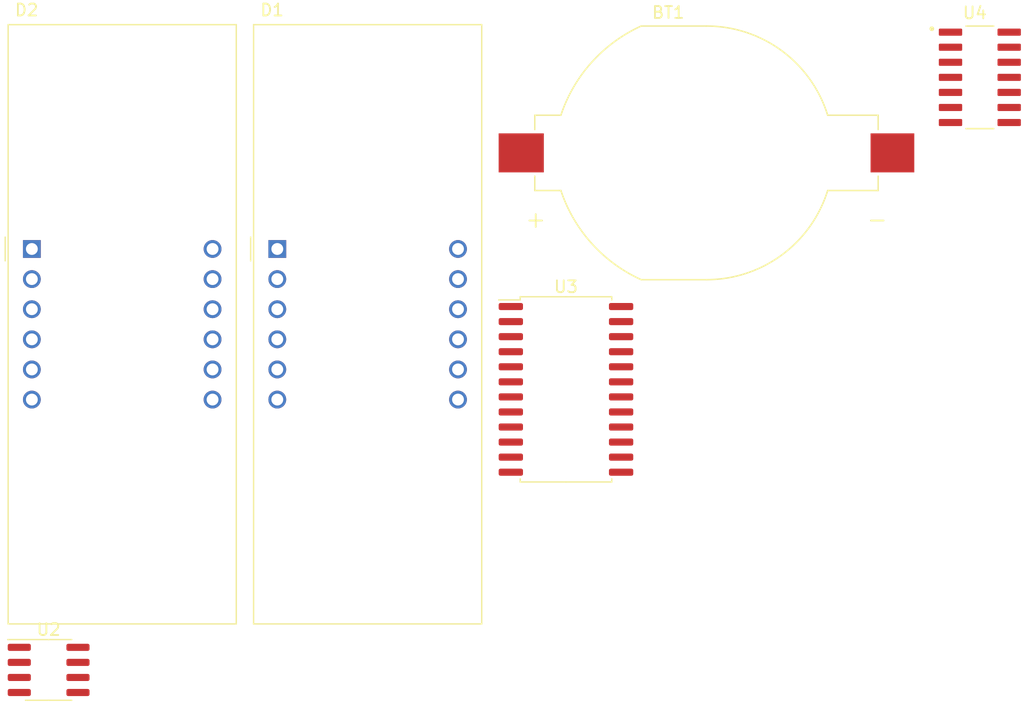
<source format=kicad_pcb>
(kicad_pcb (version 20211014) (generator pcbnew)
  (layers (0 "F.Cu" signal) (31 "B.Cu" signal) (34 "B.Paste" user) (35 "F.Paste" user) (36 "B.SilkS" user "B.Silkscreen") (37 "F.SilkS" user "F.Silkscreen") (38 "B.Mask" user) (39 "F.Mask" user) (44 "Edge.Cuts" user))
  (net 0 "")
  (net 1 "/SEG_E")
  (net 2 "/SEG_D")
  (net 3 "/SEG_DP")
  (net 4 "/SEG_C")
  (net 5 "/SEG_G")
  (net 6 "/DIG3")
  (net 7 "/SEG_B")
  (net 8 "/DIG2")
  (net 9 "/DIG1")
  (net 10 "/SEG_F")
  (net 11 "/SEG_A")
  (net 12 "/DIG0")
  (net 13 "/DIG7")
  (net 14 "/DIG6")
  (net 15 "/DIG5")
  (net 16 "/DIG4")
  (net 17 "Net-(U2-Pad1)")
  (net 18 "Net-(U2-Pad2)")
  (net 19 "Net-(U2-Pad3)")
  (net 20 "GND")
  (net 21 "/SDA")
  (net 22 "/SCL")
  (net 26 "Net-(U3-Pad4)")
  (net 39 "/DOUT")
  (net 40 "/i_Mode")
  (net 42 "/i_Adjust")
  (net 44 "/i_Increase")
  (net 52 "/VCC_5V")
  (footprint "BC2032-F1:BAT_BC2032-F1" (layer "F.Cu") (at 167.132 86.614)
    (fp_text reference "BT1" (at -3.225 -11.8362) (layer "F.SilkS"))
    (fp_text value "Battery_Cell")
    (fp_text user "-" (at 14.4 5.6) (layer "F.SilkS") (effects (font (size 1.401197 1.401197))))
    (fp_text user "+" (at -14.4 5.6) (layer "F.SilkS") (effects (font (size 1.401197 1.401197))))
    (fp_line (start 14.48 -3.175) (end 10.2217 -3.175) (layer "F.SilkS") (width 0.127))
    (fp_line (start 14.48 3.175) (end 14.48 1.965) (layer "F.SilkS") (width 0.127))
    (fp_line (start 10.2217 3.175) (end 14.48 3.175) (layer "F.SilkS") (width 0.127))
    (fp_line (start 0.010472 -10.695) (end -5.50733 -10.695) (layer "F.SilkS") (width 0.127))
    (fp_line (start -14.48 -3.175) (end -14.48 -1.965) (layer "F.SilkS") (width 0.127))
    (fp_line (start -14.48 1.965) (end -14.48 3.175) (layer "F.SilkS") (width 0.127))
    (fp_line (start -5.50733 10.695) (end 0.010472 10.695) (layer "F.SilkS") (width 0.127))
    (fp_line (start -14.48 3.175) (end -12.278 3.175) (layer "F.SilkS") (width 0.127))
    (fp_line (start -12.278 -3.175) (end -14.48 -3.175) (layer "F.SilkS") (width 0.127))
    (fp_line (start 14.48 -1.965) (end 14.48 -3.175) (layer "F.SilkS") (width 0.127))
    (fp_arc (start 0.010472 -10.695) (mid 6.350999 -8.611858) (end 10.2217 -3.175) (layer "F.SilkS") (width 0.127))
    (fp_arc (start -12.278 -3.175) (mid -9.677908 -7.641997) (end -5.50733 -10.695) (layer "F.SilkS") (width 0.127))
    (fp_arc (start -5.50733 10.695) (mid -9.677908 7.641998) (end -12.278 3.175) (layer "F.SilkS") (width 0.127))
    (fp_arc (start 10.2217 3.175) (mid 6.350998 8.611858) (end 0.010472 10.695) (layer "F.SilkS") (width 0.127))
    (pad "+" smd rect (at -15.621 0) (size 3.81 3.29) (layers "F.Cu" "F.Paste" "F.Mask"))
    (pad "-" smd rect (at 15.683 0) (size 3.686 3.29) (layers "F.Cu" "F.Paste" "F.Mask"))
  )
  (footprint "Package_SO:SOIC-24W_7.5x15.4mm_P1.27mm" (layer "F.Cu") (at 155.282 106.559881)
    (fp_text reference "U3" (at 0 -8.65) (layer "F.SilkS"))
    (fp_text value "MAX7221")
    (fp_line (start 3.86 7.81) (end 3.86 7.545) (layer "F.SilkS") (width 0.12))
    (fp_line (start -3.86 7.81) (end -3.86 7.545) (layer "F.SilkS") (width 0.12))
    (fp_line (start 3.86 -7.81) (end 3.86 -7.545) (layer "F.SilkS") (width 0.12))
    (fp_line (start 0 -7.81) (end -3.86 -7.81) (layer "F.SilkS") (width 0.12))
    (fp_line (start 0 7.81) (end -3.86 7.81) (layer "F.SilkS") (width 0.12))
    (fp_line (start 0 7.81) (end 3.86 7.81) (layer "F.SilkS") (width 0.12))
    (fp_line (start -3.86 -7.81) (end -3.86 -7.545) (layer "F.SilkS") (width 0.12))
    (fp_line (start 0 -7.81) (end 3.86 -7.81) (layer "F.SilkS") (width 0.12))
    (fp_line (start -3.86 -7.545) (end -5.675 -7.545) (layer "F.SilkS") (width 0.12))
    (pad "1" smd roundrect (at -4.65 -6.985) (size 2.05 0.6) (layers "F.Cu" "F.Paste" "F.Mask"))
    (pad "2" smd roundrect (at -4.65 -5.715) (size 2.05 0.6) (layers "F.Cu" "F.Paste" "F.Mask") (net 12 "/DIG0"))
    (pad "3" smd roundrect (at -4.65 -4.445) (size 2.05 0.6) (layers "F.Cu" "F.Paste" "F.Mask") (net 16 "/DIG4"))
    (pad "4" smd roundrect (at -4.65 -3.175) (size 2.05 0.6) (layers "F.Cu" "F.Paste" "F.Mask") (net 26 "Net-(U3-Pad4)"))
    (pad "5" smd roundrect (at -4.65 -1.905) (size 2.05 0.6) (layers "F.Cu" "F.Paste" "F.Mask") (net 14 "/DIG6"))
    (pad "6" smd roundrect (at -4.65 -0.635) (size 2.05 0.6) (layers "F.Cu" "F.Paste" "F.Mask") (net 8 "/DIG2"))
    (pad "7" smd roundrect (at -4.65 0.635) (size 2.05 0.6) (layers "F.Cu" "F.Paste" "F.Mask") (net 6 "/DIG3"))
    (pad "8" smd roundrect (at -4.65 1.905) (size 2.05 0.6) (layers "F.Cu" "F.Paste" "F.Mask") (net 13 "/DIG7"))
    (pad "9" smd roundrect (at -4.65 3.175) (size 2.05 0.6) (layers "F.Cu" "F.Paste" "F.Mask") (net 26 "Net-(U3-Pad4)"))
    (pad "10" smd roundrect (at -4.65 4.445) (size 2.05 0.6) (layers "F.Cu" "F.Paste" "F.Mask") (net 15 "/DIG5"))
    (pad "11" smd roundrect (at -4.65 5.715) (size 2.05 0.6) (layers "F.Cu" "F.Paste" "F.Mask") (net 9 "/DIG1"))
    (pad "12" smd roundrect (at -4.65 6.985) (size 2.05 0.6) (layers "F.Cu" "F.Paste" "F.Mask"))
    (pad "13" smd roundrect (at 4.65 6.985) (size 2.05 0.6) (layers "F.Cu" "F.Paste" "F.Mask"))
    (pad "14" smd roundrect (at 4.65 5.715) (size 2.05 0.6) (layers "F.Cu" "F.Paste" "F.Mask"))
    (pad "15" smd roundrect (at 4.65 4.445) (size 2.05 0.6) (layers "F.Cu" "F.Paste" "F.Mask"))
    (pad "16" smd roundrect (at 4.65 3.175) (size 2.05 0.6) (layers "F.Cu" "F.Paste" "F.Mask"))
    (pad "17" smd roundrect (at 4.65 1.905) (size 2.05 0.6) (layers "F.Cu" "F.Paste" "F.Mask"))
    (pad "18" smd roundrect (at 4.65 0.635) (size 2.05 0.6) (layers "F.Cu" "F.Paste" "F.Mask"))
    (pad "19" smd roundrect (at 4.65 -0.635) (size 2.05 0.6) (layers "F.Cu" "F.Paste" "F.Mask"))
    (pad "20" smd roundrect (at 4.65 -1.905) (size 2.05 0.6) (layers "F.Cu" "F.Paste" "F.Mask"))
    (pad "21" smd roundrect (at 4.65 -3.175) (size 2.05 0.6) (layers "F.Cu" "F.Paste" "F.Mask"))
    (pad "22" smd roundrect (at 4.65 -4.445) (size 2.05 0.6) (layers "F.Cu" "F.Paste" "F.Mask"))
    (pad "23" smd roundrect (at 4.65 -5.715) (size 2.05 0.6) (layers "F.Cu" "F.Paste" "F.Mask"))
    (pad "24" smd roundrect (at 4.65 -6.985) (size 2.05 0.6) (layers "F.Cu" "F.Paste" "F.Mask") (net 39 "/DOUT"))
  )
  (footprint "Display_7Segment:CA56-12CGKWA" (layer "F.Cu") (at 130.937 94.719881)
    (fp_text reference "D1" (at -0.44 -20.15) (layer "F.SilkS"))
    (fp_text value "ABOVE")
    (fp_line (start -2 31.62) (end 17.24 31.62) (layer "F.SilkS") (width 0.12))
    (fp_line (start 17.24 31.62) (end 17.24 -18.92) (layer "F.SilkS") (width 0.12))
    (fp_line (start -2 -18.92) (end 17.24 -18.92) (layer "F.SilkS") (width 0.12))
    (fp_line (start -2 -18.92) (end -2 31.62) (layer "F.SilkS") (width 0.12))
    (fp_line (start -2.25 -1) (end -2.25 1) (layer "F.SilkS") (width 0.12))
    (pad "1" thru_hole rect (at 0 0) (size 1.5 1.5) (drill 1) (layers *.Cu *.Mask) (net 1 "/SEG_E"))
    (pad "2" thru_hole circle (at 0 2.54) (size 1.5 1.5) (drill 1) (layers *.Cu *.Mask) (net 2 "/SEG_D"))
    (pad "3" thru_hole circle (at 0 5.08) (size 1.5 1.5) (drill 1) (layers *.Cu *.Mask) (net 3 "/SEG_DP"))
    (pad "4" thru_hole circle (at 0 7.62) (size 1.5 1.5) (drill 1) (layers *.Cu *.Mask) (net 4 "/SEG_C"))
    (pad "5" thru_hole circle (at 0 10.16) (size 1.5 1.5) (drill 1) (layers *.Cu *.Mask) (net 5 "/SEG_G"))
    (pad "6" thru_hole circle (at 0 12.7) (size 1.5 1.5) (drill 1) (layers *.Cu *.Mask) (net 6 "/DIG3"))
    (pad "7" thru_hole circle (at 15.24 12.7) (size 1.5 1.5) (drill 1) (layers *.Cu *.Mask) (net 7 "/SEG_B"))
    (pad "8" thru_hole circle (at 15.24 10.16) (size 1.5 1.5) (drill 1) (layers *.Cu *.Mask) (net 8 "/DIG2"))
    (pad "9" thru_hole circle (at 15.24 7.62) (size 1.5 1.5) (drill 1) (layers *.Cu *.Mask) (net 9 "/DIG1"))
    (pad "10" thru_hole circle (at 15.24 5.08) (size 1.5 1.5) (drill 1) (layers *.Cu *.Mask) (net 10 "/SEG_F"))
    (pad "11" thru_hole circle (at 15.24 2.54) (size 1.5 1.5) (drill 1) (layers *.Cu *.Mask) (net 11 "/SEG_A"))
    (pad "12" thru_hole circle (at 15.24 0) (size 1.5 1.5) (drill 1) (layers *.Cu *.Mask) (net 12 "/DIG0"))
  )
  (footprint "Display_7Segment:CA56-12CGKWA" (layer "F.Cu") (at 110.237 94.719881)
    (fp_text reference "D2" (at -0.44 -20.15) (layer "F.SilkS"))
    (fp_text value "BELOW")
    (fp_line (start -2 -18.92) (end 17.24 -18.92) (layer "F.SilkS") (width 0.12))
    (fp_line (start 17.24 31.62) (end 17.24 -18.92) (layer "F.SilkS") (width 0.12))
    (fp_line (start -2 31.62) (end 17.24 31.62) (layer "F.SilkS") (width 0.12))
    (fp_line (start -2 -18.92) (end -2 31.62) (layer "F.SilkS") (width 0.12))
    (fp_line (start -2.25 -1) (end -2.25 1) (layer "F.SilkS") (width 0.12))
    (pad "1" thru_hole rect (at 0 0) (size 1.5 1.5) (drill 1) (layers *.Cu *.Mask) (net 1 "/SEG_E"))
    (pad "2" thru_hole circle (at 0 2.54) (size 1.5 1.5) (drill 1) (layers *.Cu *.Mask) (net 2 "/SEG_D"))
    (pad "3" thru_hole circle (at 0 5.08) (size 1.5 1.5) (drill 1) (layers *.Cu *.Mask) (net 3 "/SEG_DP"))
    (pad "4" thru_hole circle (at 0 7.62) (size 1.5 1.5) (drill 1) (layers *.Cu *.Mask) (net 4 "/SEG_C"))
    (pad "5" thru_hole circle (at 0 10.16) (size 1.5 1.5) (drill 1) (layers *.Cu *.Mask) (net 5 "/SEG_G"))
    (pad "6" thru_hole circle (at 0 12.7) (size 1.5 1.5) (drill 1) (layers *.Cu *.Mask) (net 13 "/DIG7"))
    (pad "7" thru_hole circle (at 15.24 12.7) (size 1.5 1.5) (drill 1) (layers *.Cu *.Mask) (net 7 "/SEG_B"))
    (pad "8" thru_hole circle (at 15.24 10.16) (size 1.5 1.5) (drill 1) (layers *.Cu *.Mask) (net 14 "/DIG6"))
    (pad "9" thru_hole circle (at 15.24 7.62) (size 1.5 1.5) (drill 1) (layers *.Cu *.Mask) (net 15 "/DIG5"))
    (pad "10" thru_hole circle (at 15.24 5.08) (size 1.5 1.5) (drill 1) (layers *.Cu *.Mask) (net 10 "/SEG_F"))
    (pad "11" thru_hole circle (at 15.24 2.54) (size 1.5 1.5) (drill 1) (layers *.Cu *.Mask) (net 11 "/SEG_A"))
    (pad "12" thru_hole circle (at 15.24 0) (size 1.5 1.5) (drill 1) (layers *.Cu *.Mask) (net 16 "/DIG4"))
  )
  (footprint "CD40106BM:SOIC127P600X175-14N" (layer "F.Cu") (at 190.187 80.244881)
    (fp_text reference "U4" (at -0.425 -5.435) (layer "F.SilkS"))
    (fp_text value "CD40106")
    (fp_line (start -1.17 4.325) (end 1.17 4.325) (layer "F.SilkS") (width 0.127))
    (fp_line (start -1.17 -4.325) (end 1.17 -4.325) (layer "F.SilkS") (width 0.127))
    (fp_circle (center -4.05 -4.1) (end -3.95 -4.1) (layer "F.SilkS") (width 0.2) (fill none))
    (pad "1" smd roundrect (at -2.475 -3.81) (size 1.97 0.6) (layers "F.Cu" "F.Paste" "F.Mask") (roundrect_rratio 0.15) (net 40 "/i_Mode"))
    (pad "2" smd roundrect (at -2.475 -2.54) (size 1.97 0.6) (layers "F.Cu" "F.Paste" "F.Mask") (roundrect_rratio 0.15))
    (pad "3" smd roundrect (at -2.475 -1.27) (size 1.97 0.6) (layers "F.Cu" "F.Paste" "F.Mask") (roundrect_rratio 0.15) (net 42 "/i_Adjust"))
    (pad "4" smd roundrect (at -2.475 0) (size 1.97 0.6) (layers "F.Cu" "F.Paste" "F.Mask") (roundrect_rratio 0.15))
    (pad "5" smd roundrect (at -2.475 1.27) (size 1.97 0.6) (layers "F.Cu" "F.Paste" "F.Mask") (roundrect_rratio 0.15) (net 44 "/i_Increase"))
    (pad "6" smd roundrect (at -2.475 2.54) (size 1.97 0.6) (layers "F.Cu" "F.Paste" "F.Mask") (roundrect_rratio 0.15))
    (pad "7" smd roundrect (at -2.475 3.81) (size 1.97 0.6) (layers "F.Cu" "F.Paste" "F.Mask") (roundrect_rratio 0.15) (net 20 "GND"))
    (pad "8" smd roundrect (at 2.475 3.81) (size 1.97 0.6) (layers "F.Cu" "F.Paste" "F.Mask") (roundrect_rratio 0.15))
    (pad "9" smd roundrect (at 2.475 2.54) (size 1.97 0.6) (layers "F.Cu" "F.Paste" "F.Mask") (roundrect_rratio 0.15))
    (pad "10" smd roundrect (at 2.475 1.27) (size 1.97 0.6) (layers "F.Cu" "F.Paste" "F.Mask") (roundrect_rratio 0.15))
    (pad "11" smd roundrect (at 2.475 0) (size 1.97 0.6) (layers "F.Cu" "F.Paste" "F.Mask") (roundrect_rratio 0.15))
    (pad "12" smd roundrect (at 2.475 -1.27) (size 1.97 0.6) (layers "F.Cu" "F.Paste" "F.Mask") (roundrect_rratio 0.15))
    (pad "13" smd roundrect (at 2.475 -2.54) (size 1.97 0.6) (layers "F.Cu" "F.Paste" "F.Mask") (roundrect_rratio 0.15))
    (pad "14" smd roundrect (at 2.475 -3.81) (size 1.97 0.6) (layers "F.Cu" "F.Paste" "F.Mask") (roundrect_rratio 0.15) (net 52 "/VCC_5V"))
  )
  (footprint "Package_SO:SOIC-8_3.9x4.9mm_P1.27mm" (layer "F.Cu") (at 111.652 130.219881)
    (fp_text reference "U2" (at 0 -3.4) (layer "F.SilkS"))
    (fp_text value "DS1307Z+")
    (fp_line (start 0 -2.56) (end 1.95 -2.56) (layer "F.SilkS") (width 0.12))
    (fp_line (start 0 2.56) (end -1.95 2.56) (layer "F.SilkS") (width 0.12))
    (fp_line (start 0 2.56) (end 1.95 2.56) (layer "F.SilkS") (width 0.12))
    (fp_line (start 0 -2.56) (end -3.45 -2.56) (layer "F.SilkS") (width 0.12))
    (pad "1" smd roundrect (at -2.475 -1.905) (size 1.95 0.6) (layers "F.Cu" "F.Paste" "F.Mask") (net 17 "Net-(U2-Pad1)"))
    (pad "2" smd roundrect (at -2.475 -0.635) (size 1.95 0.6) (layers "F.Cu" "F.Paste" "F.Mask") (net 18 "Net-(U2-Pad2)"))
    (pad "3" smd roundrect (at -2.475 0.635) (size 1.95 0.6) (layers "F.Cu" "F.Paste" "F.Mask") (net 19 "Net-(U2-Pad3)"))
    (pad "4" smd roundrect (at -2.475 1.905) (size 1.95 0.6) (layers "F.Cu" "F.Paste" "F.Mask") (net 20 "GND"))
    (pad "5" smd roundrect (at 2.475 1.905) (size 1.95 0.6) (layers "F.Cu" "F.Paste" "F.Mask") (net 21 "/SDA"))
    (pad "6" smd roundrect (at 2.475 0.635) (size 1.95 0.6) (layers "F.Cu" "F.Paste" "F.Mask") (net 22 "/SCL"))
    (pad "7" smd roundrect (at 2.475 -0.635) (size 1.95 0.6) (layers "F.Cu" "F.Paste" "F.Mask"))
    (pad "8" smd roundrect (at 2.475 -1.905) (size 1.95 0.6) (layers "F.Cu" "F.Paste" "F.Mask"))
  )
)
</source>
